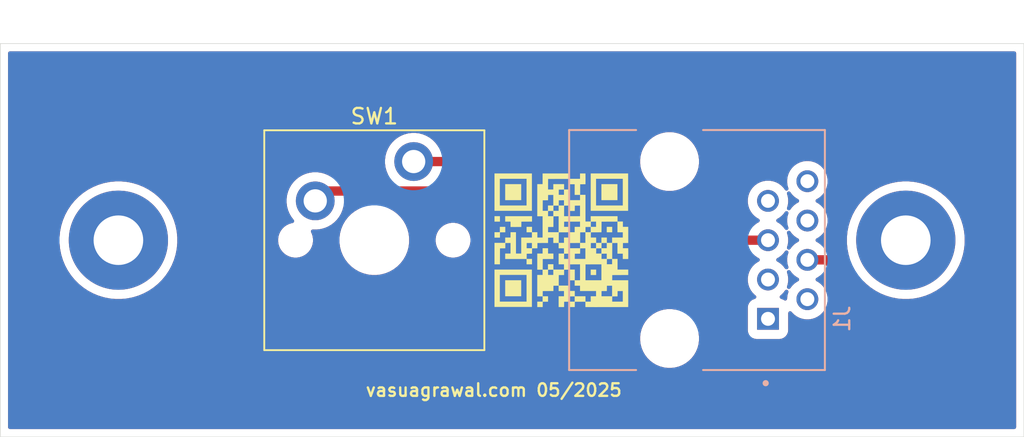
<source format=kicad_pcb>
(kicad_pcb (version 20241229) (generator "pcbnew") (generator_version "9.0")
  (layers (0 "F.Cu" signal) (2 "B.Cu" signal) (13 "F.Paste" user) (15 "B.Paste" user) (5 "F.SilkS" user "F.Silkscreen") (7 "B.SilkS" user "B.Silkscreen") (1 "F.Mask" user) (3 "B.Mask" user) (25 "Edge.Cuts" user))
  (net 0 "")
  (net 1 "PWR_SW-")
  (net 2 "PWR_LED+")
  (net 3 "PWR_SW+")
  (net 4 "RESET_SW+")
  (net 5 "HDD_LED+")
  (net 6 "RESET_SW-")
  (net 7 "PWR_LED-")
  (net 8 "HDD_LED-")
  (footprint "LOGO" (layer "F.Cu") (at 155.575 63.5)
    (property "Reference" "G***" (hide yes))
    (property "Value" "LOGO" (hide yes))
    (fp_poly (pts (xy -3.959095 -1.375984) (xy -3.959095 -1.199944) (xy -4.135135 -1.199944) (xy -4.311175 -1.199944) (xy -4.311175 -1.375984) (xy -4.311175 -1.552023) (xy -4.135135 -1.552023) (xy -3.959095 -1.552023)) (fill yes) (layer "F.SilkS"))
    (fp_poly (pts (xy -2.586705 -3.104046) (xy -2.586705 -2.586705) (xy -3.104046 -2.586705) (xy -3.621387 -2.586705) (xy -3.621387 -3.104046) (xy -3.621387 -3.621387) (xy -3.104046 -3.621387) (xy -2.586705 -3.621387)) (fill yes) (layer "F.SilkS"))
    (fp_poly (pts (xy -2.586705 3.104045) (xy -2.586705 3.621385) (xy -3.104046 3.621385) (xy -3.621387 3.621385) (xy -3.621387 3.104045) (xy -3.621387 2.586704) (xy -3.104046 2.586704) (xy -2.586705 2.586704)) (fill yes) (layer "F.SilkS"))
    (fp_poly (pts (xy 2.248995 2.072955) (xy 2.248995 2.248995) (xy 2.072955 2.248995) (xy 1.896916 2.248995) (xy 1.896916 2.072955) (xy 1.896916 1.896916) (xy 2.072955 1.896916) (xy 2.248995 1.896916)) (fill yes) (layer "F.SilkS"))
    (fp_poly (pts (xy 3.283677 -0.686196) (xy 3.283677 -0.510156) (xy 3.107637 -0.510156) (xy 2.931598 -0.510156) (xy 2.931598 -0.686196) (xy 2.931598 -0.862235) (xy 3.107637 -0.862235) (xy 3.283677 -0.862235)) (fill yes) (layer "F.SilkS"))
    (fp_poly (pts (xy 3.621385 -3.104046) (xy 3.621385 -2.586705) (xy 3.104045 -2.586705) (xy 2.586704 -2.586705) (xy 2.586704 -3.104046) (xy 2.586704 -3.621387) (xy 3.104045 -3.621387) (xy 3.621385 -3.621387)) (fill yes) (layer "F.SilkS"))
    (fp_poly (pts (xy -3.614202 -0.686326) (xy -3.614202 -0.510416) (xy -3.784852 -0.50849) (xy -3.955503 -0.506564) (xy -3.957429 -0.335913) (xy -3.959356 -0.165262) (xy -4.135265 -0.165262) (xy -4.311175 -0.165262) (xy -4.311175 -0.341302) (xy -4.311175 -0.517342) (xy -4.138728 -0.517342) (xy -3.966281 -0.517342) (xy -3.966281 -0.689789) (xy -3.966281 -0.862235) (xy -3.790241 -0.862235) (xy -3.614202 -0.862235)) (fill yes) (layer "F.SilkS"))
    (fp_poly (pts (xy -1.896917 -3.104046) (xy -1.896917 -1.896917) (xy -3.104046 -1.896917) (xy -4.311175 -1.896917) (xy -4.311175 -3.104046) (xy -3.966281 -3.104046) (xy -3.966281 -2.241811) (xy -3.104046 -2.241811) (xy -2.241811 -2.241811) (xy -2.241811 -3.104046) (xy -2.241811 -3.966281) (xy -3.104046 -3.966281) (xy -3.966281 -3.966281) (xy -3.966281 -3.104046) (xy -4.311175 -3.104046) (xy -4.311175 -4.311175) (xy -3.104046 -4.311175) (xy -1.896917 -4.311175)) (fill yes) (layer "F.SilkS"))
    (fp_poly (pts (xy -1.896917 3.104045) (xy -1.896917 4.311173) (xy -3.104046 4.311173) (xy -4.311175 4.311173) (xy -4.311175 3.104045) (xy -3.966281 3.104045) (xy -3.966281 3.966279) (xy -3.104046 3.966279) (xy -2.241811 3.966279) (xy -2.241811 3.104045) (xy -2.241811 2.24181) (xy -3.104046 2.24181) (xy -3.966281 2.24181) (xy -3.966281 3.104045) (xy -4.311175 3.104045) (xy -4.311175 1.896916) (xy -3.104046 1.896916) (xy -1.896917 1.896916)) (fill yes) (layer "F.SilkS"))
    (fp_poly (pts (xy 4.311173 -3.104046) (xy 4.311173 -1.896917) (xy 3.104045 -1.896917) (xy 1.896916 -1.896917) (xy 1.896916 -3.104046) (xy 2.24181 -3.104046) (xy 2.24181 -2.241811) (xy 3.104045 -2.241811) (xy 3.966279 -2.241811) (xy 3.966279 -3.104046) (xy 3.966279 -3.966281) (xy 3.104045 -3.966281) (xy 2.24181 -3.966281) (xy 2.24181 -3.104046) (xy 1.896916 -3.104046) (xy 1.896916 -4.311175) (xy 3.104045 -4.311175) (xy 4.311173 -4.311175)) (fill yes) (layer "F.SilkS"))
    (fp_poly (pts (xy -1.889732 -1.375984) (xy -1.889732 -1.199944) (xy -2.060383 -1.199649) (xy -2.122628 -1.19948) (xy -2.193574 -1.199188) (xy -2.26755 -1.198802) (xy -2.338887 -1.198351) (xy -2.401915 -1.197866) (xy -2.40348 -1.197852) (xy -2.575927 -1.196351) (xy -2.577854 -1.025701) (xy -2.57978 -0.85505) (xy -2.744324 -0.85505) (xy -2.791916 -0.854972) (xy -2.83495 -0.854753) (xy -2.871258 -0.854416) (xy -2.89867 -0.853985) (xy -2.915017 -0.853482) (xy -2.918437 -0.853197) (xy -2.928048 -0.852759) (xy -2.94993 -0.852519) (xy -2.981983 -0.852476) (xy -3.02211 -0.852629) (xy -3.06821 -0.852975) (xy -3.10225 -0.853325) (xy -3.276493 -0.855306) (xy -3.276493 -1.027625) (xy -3.276493 -1.199944) (xy -3.44894 -1.199944) (xy -3.621387 -1.199944) (xy -3.621387 -1.375984) (xy -3.621387 -1.552023) (xy -2.755559 -1.552023) (xy -1.889732 -1.552023)) (fill yes) (layer "F.SilkS"))
    (fp_poly (pts (xy 0.524525 -4.138728) (xy 0.524525 -3.966281) (xy 0.865827 -3.966281) (xy 1.207128 -3.966281) (xy 1.207128 -4.138728) (xy 1.207128 -4.311175) (xy 1.382923 -4.311175) (xy 1.558718 -4.311175) (xy 1.560759 -4.136931) (xy 1.561294 -4.073739) (xy 1.561564 -4.001886) (xy 1.561569 -3.927063) (xy 1.56131 -3.854959) (xy 1.560786 -3.791265) (xy 1.560755 -3.788574) (xy 1.558711 -3.61446) (xy 1.388308 -3.612535) (xy 1.217906 -3.610609) (xy 1.216152 -3.271104) (xy 1.214398 -2.931599) (xy 1.386802 -2.931599) (xy 1.559207 -2.931599) (xy 1.559386 -2.757356) (xy 1.559411 -2.724364) (xy 1.559433 -2.678345) (xy 1.559451 -2.620644) (xy 1.559465 -2.552604) (xy 1.559476 -2.475569) (xy 1.559483 -2.390883) (xy 1.559485 -2.29989) (xy 1.559484 -2.203934) (xy 1.559478 -2.104359) (xy 1.559469 -2.002508) (xy 1.559454 -1.899725) (xy 1.559454 -1.895121) (xy 1.559341 -1.207129) (xy 1.728129 -1.207129) (xy 1.896916 -1.207129) (xy 1.896916 -1.379576) (xy 1.896916 -1.552023) (xy 2.762743 -1.552023) (xy 3.628571 -1.552023) (xy 3.628571 -1.379576) (xy 3.628571 -1.207129) (xy 3.801018 -1.207129) (xy 3.973465 -1.207129) (xy 3.973465 -1.034682) (xy 3.973465 -0.862235) (xy 4.145912 -0.862235) (xy 4.318359 -0.862235) (xy 4.318555 -0.689789) (xy 4.318615 -0.628283) (xy 4.318667 -0.557811) (xy 4.318709 -0.483777) (xy 4.318738 -0.411587) (xy 4.31875 -0.346645) (xy 4.31875 -0.337709) (xy 4.318741 -0.274727) (xy 4.318715 -0.204022) (xy 4.318675 -0.130897) (xy 4.318624 -0.060652) (xy 4.318565 0.001413) (xy 4.318555 0.010647) (xy 4.318359 0.179371) (xy 4.147708 0.181298) (xy 3.977057 0.183224) (xy 3.975129 0.350282) (xy 3.9732 0.51734) (xy 4.145535 0.51734) (xy 4.317869 0.51734) (xy 4.31991 0.691583) (xy 4.320445 0.754789) (xy 4.320715 0.826669) (xy 4.32072 0.901528) (xy 4.320461 0.973672) (xy 4.319937 1.037407) (xy 4.319906 1.04007) (xy 4.317861 1.214313) (xy 4.14207 1.214313) (xy 3.966279 1.214313) (xy 3.966279 1.041866) (xy 3.966279 0.869419) (xy 3.793832 0.869419) (xy 3.621385 0.869419) (xy 3.621385 0.524393) (xy 3.621385 0.179367) (xy 3.454327 0.181295) (xy 3.287269 0.183224) (xy 3.285574 0.695176) (xy 3.283878 1.207128) (xy 3.456224 1.207128) (xy 3.628571 1.207128) (xy 3.628925 1.381371) (xy 3.629001 1.444202) (xy 3.629001 1.515353) (xy 3.628931 1.589237) (xy 3.628796 1.660265) (xy 3.628602 1.722851) (xy 3.628588 1.726265) (xy 3.627897 1.896916) (xy 3.973128 1.896916) (xy 4.318359 1.896916) (xy 4.318359 2.072955) (xy 4.318359 2.248995) (xy 4.147708 2.249207) (xy 4.103858 2.249288) (xy 4.04811 2.249432) (xy 3.982935 2.249631) (xy 3.910805 2.249875) (xy 3.834191 2.250158) (xy 3.755565 2.250469) (xy 3.677399 2.2508) (xy 3.632163 2.251004) (xy 3.287269 2.252588) (xy 3.285341 2.419646) (xy 3.283412 2.586704) (xy 3.800885 2.586704) (xy 4.318359 2.586704) (xy 4.318538 2.760947) (xy 4.318653 2.891888) (xy 4.31873 3.021796) (xy 4.318771 3.149881) (xy 4.318776 3.275355) (xy 4.318746 3.39743) (xy 4.318684 3.515315) (xy 4.318591 3.628221) (xy 4.318467 3.735361) (xy 4.318315 3.835945) (xy 4.318135 3.929184) (xy 4.317929 4.014288) (xy 4.317698 4.09047) (xy 4.317444 4.156939) (xy 4.317167 4.212908) (xy 4.31687 4.257587) (xy 4.316554 4.290187) (xy 4.316219 4.309919) (xy 4.315902 4.316025) (xy 4.308562 4.316326) (xy 4.287724 4.316629) (xy 4.254259 4.316933) (xy 4.209041 4.317235) (xy 4.15294 4.317535) (xy 4.08683 4.317831) (xy 4.011583 4.318122) (xy 3.92807 4.318406) (xy 3.837163 4.318683) (xy 3.739736 4.318951) (xy 3.63666 4.319209) (xy 3.528808 4.319454) (xy 3.417051 4.319687) (xy 3.302261 4.319904) (xy 3.185312 4.320107) (xy 3.067075 4.320291) (xy 2.948421 4.320458) (xy 2.830225 4.320604) (xy 2.713356 4.32073) (xy 2.598689 4.320832) (xy 2.487094 4.320911) (xy 2.379445 4.320965) (xy 2.276613 4.320991) (xy 2.17947 4.32099) (xy 2.088889 4.32096) (xy 2.005742 4.320899) (xy 1.930901 4.320806) (xy 1.865238 4.320679) (xy 1.809626 4.320518) (xy 1.764935 4.320321) (xy 1.73204 4.320086) (xy 1.726265 4.320027) (xy 1.552022 4.318103) (xy 1.552022 4.145826) (xy 1.552022 3.973549) (xy 1.212517 3.975303) (xy 0.873012 3.977057) (xy 0.871086 4.147708) (xy 0.869159 4.318359) (xy 0.69325 4.318359) (xy 0.51734 4.318359) (xy 0.51734 4.145779) (xy 0.51734 3.9732) (xy 0.350282 3.975129) (xy 0.183224 3.977057) (xy 0.181298 4.147708) (xy 0.179371 4.318359) (xy 0.003462 4.318359) (xy -0.172448 4.318359) (xy -0.172448 3.969872) (xy -0.172448 3.966279) (xy 0.524261 3.966279) (xy 0.693247 3.966279) (xy 0.862234 3.966279) (xy 0.862234 3.797293) (xy 0.862234 3.628306) (xy 0.695176 3.630235) (xy 0.528118 3.632163) (xy 0.526189 3.799221) (xy 0.524261 3.966279) (xy -0.172448 3.966279) (xy -0.172448 3.621385) (xy -0.000001 3.621385) (xy 0.172446 3.621385) (xy 0.172446 3.452531) (xy 0.172446 3.283677) (xy -0.000001 3.283677) (xy -0.172448 3.283677) (xy -0.172448 3.111097) (xy -0.172448 2.938518) (xy -0.339506 2.940447) (xy -0.506564 2.942376) (xy -0.50849 3.113026) (xy -0.510416 3.283677) (xy -0.680937 3.283972) (xy -0.743135 3.284141) (xy -0.814037 3.284433) (xy -0.887977 3.284819) (xy -0.959289 3.28527) (xy -1.022308 3.285755) (xy -1.023905 3.285768) (xy -1.196351 3.287269) (xy -1.19828 3.454327) (xy -1.200209 3.621385) (xy -1.02763 3.621385) (xy -0.85505 3.621385) (xy -0.85505 3.797295) (xy -0.85505 3.973205) (xy -1.025701 3.975131) (xy -1.196351 3.977057) (xy -1.198278 4.147708) (xy -1.200204 4.318359) (xy -1.376114 4.318359) (xy -1.552023 4.318359) (xy -1.552023 4.142319) (xy -1.552023 3.966279) (xy -1.379576 3.966279) (xy -1.207129 3.966279) (xy -1.207129 3.797425) (xy -1.207129 3.628571) (xy -1.379576 3.628571) (xy -1.552023 3.628571) (xy -1.552023 2.93519) (xy -1.552023 2.931598) (xy -0.165178 2.931598) (xy 0.179674 2.931598) (xy 0.524525 2.931598) (xy 0.524525 3.104045) (xy 0.524525 3.276492) (xy 0.696972 3.276492) (xy 0.869419 3.276492) (xy 0.869419 3.448938) (xy 0.869419 3.621385) (xy 1.214313 3.621385) (xy 1.559207 3.621385) (xy 1.559207 3.793832) (xy 1.559207 3.966279) (xy 1.728062 3.966279) (xy 1.896916 3.966279) (xy 3.283412 3.966279) (xy 3.624846 3.966279) (xy 3.966279 3.966279) (xy 3.966279 3.624846) (xy 3.966279 3.283412) (xy 3.799221 3.285341) (xy 3.632163 3.287269) (xy 3.630237 3.45779) (xy 3.628311 3.628311) (xy 3.45779 3.630237) (xy 3.287269 3.632163) (xy 3.285341 3.799221) (xy 3.283412 3.966279) (xy 1.896916 3.966279) (xy 1.896916 3.793832) (xy 1.896916 3.621385) (xy 2.069363 3.621385) (xy 2.24181 3.621385) (xy 2.593624 3.621385) (xy 2.935058 3.621385) (xy 3.276492 3.621385) (xy 3.276492 3.279952) (xy 3.276492 2.938518) (xy 3.109434 2.940447) (xy 2.942376 2.942376) (xy 2.940449 3.112896) (xy 2.938523 3.283417) (xy 2.768003 3.285343) (xy 2.597482 3.287269) (xy 2.595553 3.454327) (xy 2.593624 3.621385) (xy 2.24181 3.621385) (xy 2.24181 3.452455) (xy 2.24181 3.283524) (xy 1.898712 3.283845) (xy 1.821957 3.283908) (xy 1.743088 3.283955) (xy 1.664615 3.283987) (xy 1.589053 3.284002) (xy 1.518912 3.284001) (xy 1.456705 3.283984) (xy 1.404944 3.283949) (xy 1.381371 3.283922) (xy 1.207128 3.283677) (xy 1.207128 3.11123) (xy 1.207128 2.938783) (xy 1.034681 2.938783) (xy 0.862234 2.938783) (xy 0.862234 2.766336) (xy 0.862234 2.593889) (xy 0.689787 2.593889) (xy 0.51734 2.593889) (xy 0.51734 2.248863) (xy 0.51734 1.903836) (xy 0.350282 1.905765) (xy 0.183224 1.907694) (xy 0.181298 2.078215) (xy 0.179372 2.248736) (xy 0.008851 2.250662) (xy -0.16167 2.252588) (xy -0.163424 2.592093) (xy -0.165178 2.931598) (xy -1.552023 2.931598) (xy -1.552023 2.24181) (xy -1.379576 2.24181) (xy -1.207129 2.24181) (xy -0.855315 2.24181) (xy -0.686328 2.24181) (xy -0.517342 2.24181) (xy -0.517342 2.072823) (xy -0.517342 1.903836) (xy -0.6844 1.905765) (xy -0.851458 1.907694) (xy -0.853386 2.074752) (xy -0.855315 2.24181) (xy -1.207129 2.24181) (xy -1.207129 2.072955) (xy -1.207129 1.904101) (xy -1.379576 1.904101) (xy -1.552023 1.904101) (xy -1.552023 1.383168) (xy -1.552023 0.862234) (xy -1.379576 0.862234) (xy -1.207129 0.862234) (xy -1.207129 0.689787) (xy -1.207129 0.51734) (xy -1.03109 0.51734) (xy -0.85505 0.51734) (xy -0.85505 0.689787) (xy -0.85505 0.862234) (xy -0.682603 0.862234) (xy -0.510156 0.862234) (xy -0.510156 1.038274) (xy -0.510156 1.214313) (xy -0.680807 1.214609) (xy -0.743053 1.214777) (xy -0.813999 1.21507) (xy -0.887975 1.215456) (xy -0.959311 1.215906) (xy -1.022339 1.216391) (xy -1.023905 1.216405) (xy -1.196351 1.217906) (xy -1.198106 1.557411) (xy -1.19986 1.896916) (xy -1.031048 1.896916) (xy -0.862235 1.896916) (xy -0.862235 1.724469) (xy -0.862235 1.552022) (xy -0.686196 1.552022) (xy -0.510156 1.552022) (xy -0.510156 1.724469) (xy -0.510156 1.896916) (xy -0.168855 1.896916) (xy 0.172446 1.896916) (xy 0.524261 1.896916) (xy 0.69684 1.896916) (xy 0.869419 1.896916) (xy 0.869774 2.071159) (xy 0.86985 2.13399) (xy 0.86985 2.205141) (xy 0.86978 2.279024) (xy 0.869645 2.350053) (xy 0.86945 2.412638) (xy 0.869437 2.416053) (xy 0.868745 2.586704) (xy 1.037937 2.586704) (xy 1.207128 2.586704) (xy 1.559409 2.586704) (xy 2.073056 2.586704) (xy 2.586704 2.586704) (xy 2.586704 2.073056) (xy 2.586704 1.559409) (xy 2.074752 1.561104) (xy 1.5628 1.5628) (xy 1.561104 2.074752) (xy 1.559409 2.586704) (xy 1.207128 2.586704) (xy 1.207128 2.072998) (xy 1.207128 1.559292) (xy 0.867623 1.561046) (xy 0.528118 1.5628) (xy 0.526189 1.729858) (xy 0.524261 1.896916) (xy 0.172446 1.896916) (xy 0.172446 1.728062) (xy 0.172446 1.559207) (xy -0.000001 1.559207) (xy -0.172448 1.559207) (xy -0.172448 1.552022) (xy 2.938518 1.552022) (xy 3.107505 1.552022) (xy 3.276492 1.552022) (xy 3.276492 1.383035) (xy 3.276492 1.214048) (xy 3.109434 1.215977) (xy 2.942376 1.217906) (xy 2.940447 1.384964) (xy 2.938518 1.552022) (xy -0.172448 1.552022) (xy -0.172448 1.210721) (xy -0.172448 1.207128) (xy 0.179367 1.207128) (xy 0.348353 1.207128) (xy 0.51734 1.207128) (xy 0.869155 1.207128) (xy 1.210588 1.207128) (xy 1.552022 1.207128) (xy 2.593624 1.207128) (xy 2.762611 1.207128) (xy 2.931598 1.207128) (xy 2.931598 1.038141) (xy 2.931598 0.869155) (xy 2.76454 0.871083) (xy 2.597482 0.873012) (xy 2.595553 1.04007) (xy 2.593624 1.207128) (xy 1.552022 1.207128) (xy 1.552022 0.865694) (xy 1.552022 0.862234) (xy 2.24873 0.862234) (xy 2.417717 0.862234) (xy 2.586704 0.862234) (xy 2.586704 0.693247) (xy 2.586704 0.524261) (xy 2.419646 0.526189) (xy 2.252588 0.528118) (xy 2.250659 0.695176) (xy 2.24873 0.862234) (xy 1.552022 0.862234) (xy 1.552022 0.524261) (xy 1.384964 0.526189) (xy 1.217906 0.528118) (xy 1.21598 0.698639) (xy 1.214054 0.86916) (xy 1.043533 0.871086) (xy 0.873012 0.873012) (xy 0.871083 1.04007) (xy 0.869155 1.207128) (xy 0.51734 1.207128) (xy 0.51734 1.038141) (xy 0.51734 0.869155) (xy 0.350282 0.871083) (xy 0.183224 0.873012) (xy 0.181295 1.04007) (xy 0.179367 1.207128) (xy -0.172448 1.207128) (xy -0.172448 0.862234) (xy -0.000001 0.862234) (xy 0.172446 0.862234) (xy 0.172446 0.69338) (xy 0.172446 0.524525) (xy -0.000001 0.524525) (xy -0.172448 0.524525) (xy -0.172448 0.51734) (xy 0.524261 0.51734) (xy 0.865694 0.51734) (xy 1.207128 0.51734) (xy 1.903836 0.51734) (xy 2.072823 0.51734) (xy 2.24181 0.51734) (xy 2.593624 0.51734) (xy 2.762611 0.51734) (xy 2.931598 0.51734) (xy 2.931598 0.348353) (xy 2.931598 0.179367) (xy 2.76454 0.181295) (xy 2.597482 0.183224) (xy 2.595553 0.350282) (xy 2.593624 0.51734) (xy 2.24181 0.51734) (xy 2.24181 0.348353) (xy 2.24181 0.179367) (xy 2.074752 0.181295) (xy 1.907694 0.183224) (xy 1.905765 0.350282) (xy 1.903836 0.51734) (xy 1.207128 0.51734) (xy 1.207128 0.348528) (xy 1.207128 0.179716) (xy 0.867623 0.18147) (xy 0.528118 0.183224) (xy 0.526189 0.350282) (xy 0.524261 0.51734) (xy -0.172448 0.51734) (xy -0.172448 0.352079) (xy -0.172448 0.179632) (xy -0.344895 0.179632) (xy -0.517342 0.179632) (xy -0.517342 0.172446) (xy -0.165178 0.172446) (xy 0.003634 0.172446) (xy 0.172446 0.172446) (xy 1.214398 0.172446) (xy 1.38321 0.172446) (xy 1.552022 0.172446) (xy 1.552022 -0.168987) (xy 1.552022 -0.172448) (xy 1.903836 -0.172448) (xy 2.076416 -0.172448) (xy 2.248995 -0.172448) (xy 2.248995 -0.000001) (xy 2.248995 0.172446) (xy 2.417849 0.172446) (xy 2.586704 0.172446) (xy 2.586704 -0.000001) (xy 2.586704 -0.172448) (xy 2.762743 -0.172448) (xy 2.938783 -0.172448) (xy 2.938783 -0.000001) (xy 2.938783 0.172446) (xy 3.107637 0.172446) (xy 3.276492 0.172446) (xy 3.276492 -0.000001) (xy 3.276492 -0.172448) (xy 3.621385 -0.172448) (xy 3.966279 -0.172448) (xy 3.966279 -0.341302) (xy 3.966279 -0.510156) (xy 3.793832 -0.510156) (xy 3.621385 -0.510156) (xy 3.621385 -0.854949) (xy 3.621385 -1.199743) (xy 3.109434 -1.198047) (xy 2.597482 -1.196351) (xy 2.595727 -0.85569) (xy 2.595323 -0.787157) (xy 2.594849 -0.723128) (xy 2.594321 -0.665015) (xy 2.593758 -0.614227) (xy 2.593175 -0.572176) (xy 2.592592 -0.540272) (xy 2.592025 -0.519926) (xy 2.591494 -0.512551) (xy 2.584032 -0.512017) (xy 2.563611 -0.51145) (xy 2.53164 -0.510866) (xy 2.489531 -0.510284) (xy 2.438694 -0.50972) (xy 2.38054 -0.509193) (xy 2.316479 -0.508719) (xy 2.248355 -0.508318) (xy 1.907694 -0.506564) (xy 1.905765 -0.339506) (xy 1.903836 -0.172448) (xy 1.552022 -0.172448) (xy 1.552022 -0.510421) (xy 1.384964 -0.508492) (xy 1.217906 -0.506564) (xy 1.216152 -0.167059) (xy 1.214398 0.172446) (xy 0.172446 0.172446) (xy 0.172446 -0.000001) (xy 0.172446 -0.172448) (xy 0.344893 -0.172448) (xy 0.51734 -0.172448) (xy 0.51734 -0.34126) (xy 0.51734 -0.510072) (xy 0.177835 -0.508318) (xy -0.16167 -0.506564) (xy -0.163424 -0.167059) (xy -0.165178 0.172446) (xy -0.517342 0.172446) (xy -0.517342 0.007052) (xy -0.517342 -0.165527) (xy -0.6844 -0.163598) (xy -0.851458 -0.16167) (xy -0.853384 0.008981) (xy -0.85531 0.179632) (xy -1.025831 0.179927) (xy -1.088029 0.180096) (xy -1.158931 0.180388) (xy -1.232871 0.180774) (xy -1.304183 0.181224) (xy -1.367202 0.181709) (xy -1.368798 0.181723) (xy -1.541245 0.183224) (xy -1.543171 0.353745) (xy -1.545098 0.524266) (xy -1.715618 0.526192) (xy -1.886139 0.528118) (xy -1.888065 0.698639) (xy -1.889991 0.86916) (xy -2.060512 0.871086) (xy -2.231033 0.873012) (xy -2.232962 1.04007) (xy -2.234891 1.207128) (xy -2.062311 1.207128) (xy -1.889732 1.207128) (xy -1.889732 1.383168) (xy -1.889732 1.559207) (xy -2.065772 1.559207) (xy -2.241811 1.559207) (xy -2.241811 1.386779) (xy -2.241811 1.214351) (xy -2.757356 1.214534) (xy -2.847843 1.214562) (xy -2.93842 1.214583) (xy -3.027379 1.214597) (xy -3.113012 1.214603) (xy -3.19361 1.214603) (xy -3.267466 1.214595) (xy -3.33287 1.214581) (xy -3.388115 1.214559) (xy -3.431492 1.214531) (xy -3.447144 1.214515) (xy -3.621387 1.214313) (xy -3.621387 1.038274) (xy -3.621387 0.862234) (xy -3.44894 0.862234) (xy -3.276493 0.862234) (xy -3.276493 0.5208) (xy -3.276493 0.179367) (xy -3.443551 0.181295) (xy -3.610609 0.183224) (xy -3.612535 0.353745) (xy -3.614461 0.524266) (xy -3.784982 0.526192) (xy -3.955503 0.528118) (xy -3.957087 0.873012) (xy -3.957426 0.949733) (xy -3.957751 1.028384) (xy -3.958051 1.106492) (xy -3.958319 1.181586) (xy -3.958547 1.251193) (xy -3.958724 1.312843) (xy -3.958843 1.364064) (xy -3.958883 1.388557) (xy -3.959095 1.559207) (xy -4.135135 1.559207) (xy -4.311175 1.559207) (xy -4.311175 0.865827) (xy -4.311175 0.172446) (xy -3.966281 0.172446) (xy -3.621387 0.172446) (xy -3.621387 -0.000001) (xy -3.621387 -0.172448) (xy -3.44894 -0.172448) (xy -3.276493 -0.172448) (xy -3.276493 -0.344895) (xy -3.276493 -0.517342) (xy -3.100453 -0.517342) (xy -2.924414 -0.517342) (xy -2.924212 -0.343098) (xy -2.92418 -0.305823) (xy -2.924155 -0.255885) (xy -2.924138 -0.194993) (xy -2.924127 -0.124856) (xy -2.924123 -0.047181) (xy -2.924126 0.036323) (xy -2.924137 0.123948) (xy -2.924154 0.213985) (xy -2.924179 0.304727) (xy -2.924193 0.34669) (xy -2.924376 0.862234) (xy -2.755541 0.862234) (xy -2.586705 0.862234) (xy -2.586705 0.51734) (xy -2.234891 0.51734) (xy -2.065904 0.51734) (xy -1.896917 0.51734) (xy -1.896917 0.348353) (xy -1.896917 0.179367) (xy -2.063975 0.181295) (xy -2.231033 0.183224) (xy -2.232962 0.350282) (xy -2.234891 0.51734) (xy -2.586705 0.51734) (xy -2.586705 0.344893) (xy -2.586705 -0.172448) (xy -2.241811 -0.172448) (xy -1.896917 -0.172448) (xy -1.896917 -0.341302) (xy -1.896917 -0.510156) (xy -2.069364 -0.510156) (xy -2.241811 -0.510156) (xy -2.241811 -0.686196) (xy -2.241811 -0.862235) (xy -2.065772 -0.862235) (xy -1.889732 -0.862235) (xy -1.889732 -0.689789) (xy -1.889732 -0.517342) (xy -1.717285 -0.517342) (xy -1.544838 -0.517342) (xy -1.544838 -0.344895) (xy -1.544838 -0.172448) (xy -1.375984 -0.172448) (xy -1.207129 -0.172448) (xy -1.207129 -0.517342) (xy -0.855315 -0.517342) (xy -0.513881 -0.517342) (xy -0.172448 -0.517342) (xy -0.172448 -0.862235) (xy 0.179367 -0.862235) (xy 0.351946 -0.862235) (xy 0.524525 -0.862235) (xy 0.524525 -0.689789) (xy 0.524525 -0.517342) (xy 0.69338 -0.517342) (xy 0.862234 -0.517342) (xy 1.558942 -0.517342) (xy 1.727929 -0.517342) (xy 1.896916 -0.517342) (xy 1.896916 -0.686328) (xy 1.896916 -0.855315) (xy 1.729858 -0.853386) (xy 1.5628 -0.851458) (xy 1.560871 -0.6844) (xy 1.558942 -0.517342) (xy 0.862234 -0.517342) (xy 0.862234 -0.689789) (xy 0.862234 -0.862235) (xy 1.034681 -0.862235) (xy 1.207128 -0.862235) (xy 1.903836 -0.862235) (xy 2.072823 -0.862235) (xy 2.24181 -0.862235) (xy 2.24181 -1.031222) (xy 2.24181 -1.200209) (xy 2.074752 -1.19828) (xy 1.907694 -1.196351) (xy 1.905765 -1.029293) (xy 1.903836 -0.862235) (xy 1.207128 -0.862235) (xy 1.207128 -1.030989) (xy 1.207128 -1.199743) (xy 0.695176 -1.198047) (xy 0.183224 -1.196351) (xy 0.181295 -1.029293) (xy 0.179367 -0.862235) (xy -0.172448 -0.862235) (xy -0.172448 -1.031222) (xy -0.172448 -1.545103) (xy -0.339506 -1.543174) (xy -0.506564 -1.541245) (xy -0.508065 -1.368798) (xy -0.50855 -1.306094) (xy -0.509002 -1.234937) (xy -0.50939 -1.160994) (xy -0.509686 -1.089929) (xy -0.509858 -1.027409) (xy -0.509861 -1.025831) (xy -0.510156 -0.85531) (xy -0.680807 -0.853384) (xy -0.851458 -0.851458) (xy -0.853386 -0.6844) (xy -0.855315 -0.517342) (xy -1.207129 -0.517342) (xy -1.207129 -0.858643) (xy -1.207129 -1.544838) (xy -1.379576 -1.544838) (xy -1.552023 -1.544838) (xy -1.552023 -1.552023) (xy -0.855315 -1.552023) (xy -0.686328 -1.552023) (xy -0.517342 -1.552023) (xy 0.179716 -1.552023) (xy 0.693422 -1.552023) (xy 1.207128 -1.552023) (xy 1.207128 -1.893457) (xy 1.207128 -2.234891) (xy 1.04007 -2.232962) (xy 0.873012 -2.231033) (xy 0.871086 -2.060383) (xy 0.869159 -1.889732) (xy 0.69325 -1.889732) (xy 0.51734 -1.889732) (xy 0.51734 -2.062311) (xy 0.51734 -2.234891) (xy 0.350282 -2.232962) (xy 0.183224 -2.231033) (xy 0.18147 -1.891528) (xy 0.179716 -1.552023) (xy -0.517342 -1.552023) (xy -0.517342 -1.72101) (xy -0.517342 -1.889997) (xy -0.6844 -1.888068) (xy -0.851458 -1.886139) (xy -0.853386 -1.719081) (xy -0.855315 -1.552023) (xy -1.552023 -1.552023) (xy -1.552023 -1.896917) (xy -1.19986 -1.896917) (xy -1.031048 -1.896917) (xy -0.862235 -1.896917) (xy -0.510421 -1.896917) (xy -0.341434 -1.896917) (xy -0.172448 -1.896917) (xy -0.172448 -2.065904) (xy -0.172448 -2.234891) (xy -0.339506 -2.232962) (xy -0.506564 -2.231033) (xy -0.508492 -2.063975) (xy -0.510421 -1.896917) (xy -0.862235 -1.896917) (xy -0.862235 -2.069364) (xy -0.862235 -2.241811) (xy -0.689789 -2.241811) (xy -0.517342 -2.241811) (xy -0.165527 -2.241811) (xy 0.00346 -2.241811) (xy 0.172446 -2.241811) (xy 0.172446 -2.410798) (xy 0.172446 -2.579785) (xy 0.005388 -2.577856) (xy -0.16167 -2.575927) (xy -0.163598 -2.408869) (xy -0.165527 -2.241811) (xy -0.517342 -2.241811) (xy -0.517342 -2.583245) (xy -0.517342 -2.924679) (xy -0.6844 -2.92275) (xy -0.851458 -2.920821) (xy -0.853384 -2.7503) (xy -0.85531 -2.579779) (xy -1.025831 -2.577853) (xy -1.196351 -2.575927) (xy -1.198106 -2.236422) (xy -1.19986 -1.896917) (xy -1.552023 -1.896917) (xy -1.552023 -2.583112) (xy -1.552023 -2.931599) (xy -0.165527 -2.931599) (xy 0.00346 -2.931599) (xy 0.172446 -2.931599) (xy 0.172446 -3.100586) (xy 0.172446 -3.269572) (xy 0.005388 -3.267644) (xy -0.16167 -3.265715) (xy -0.163598 -3.098657) (xy -0.165527 -2.931599) (xy -1.552023 -2.931599) (xy -1.552023 -3.276493) (xy -0.854966 -3.276493) (xy -0.686154 -3.276493) (xy -0.517342 -3.276493) (xy -0.517342 -3.44894) (xy -0.517342 -3.621387) (xy -0.168855 -3.621387) (xy 0.179632 -3.621387) (xy 0.179632 -3.44894) (xy 0.179632 -3.276493) (xy 0.352079 -3.276493) (xy 0.524525 -3.276493) (xy 0.52488 -3.10225) (xy 0.524956 -3.039419) (xy 0.524956 -2.968268) (xy 0.524886 -2.894384) (xy 0.524751 -2.823356) (xy 0.524557 -2.76077) (xy 0.524543 -2.757356) (xy 0.523851 -2.586705) (xy 0.86549 -2.586705) (xy 1.207128 -2.586705) (xy 1.207128 -2.755559) (xy 1.207128 -2.924414) (xy 1.034681 -2.924414) (xy 0.862234 -2.924414) (xy 0.862234 -3.269308) (xy 0.862234 -3.614202) (xy 0.689787 -3.614202) (xy 0.51734 -3.614202) (xy 0.51734 -3.786519) (xy 0.51734 -3.958836) (xy -0.167059 -3.957169) (xy -0.851458 -3.955503) (xy -0.853212 -3.615998) (xy -0.854966 -3.276493) (xy -1.552023 -3.276493) (xy -1.552023 -3.621387) (xy -1.379576 -3.621387) (xy -1.207129 -3.621387) (xy -1.207129 -3.966281) (xy -1.207129 -4.311175) (xy -0.341302 -4.311175) (xy 0.524525 -4.311175)) (fill yes) (layer "F.SilkS"))
  )
  (footprint "MountingHole:MountingHole_3.2mm_M3_Pad" (layer "F.Cu") (at 177.8 63.5)
    (property "Reference" "H2" (hide yes))
    (property "Value" "MountingHole_Pad")
    (pad "1" thru_hole circle (at 0 0) (size 6.4 6.4) (drill 3.2) (layers "*.Cu" "*.Mask"))
  )
  (footprint "MountingHole:MountingHole_3.2mm_M3_Pad" (layer "F.Cu") (at 127 63.5)
    (property "Reference" "H1" (hide yes))
    (property "Value" "MountingHole_Pad")
    (pad "1" thru_hole circle (at 0 0) (size 6.4 6.4) (drill 3.2) (layers "*.Cu" "*.Mask"))
  )
  (footprint "PCM_Switch_Keyboard_Cherry_MX:SW_Cherry_MX_PCB_1.00u" (layer "F.Cu") (at 143.51 63.5)
    (property "Reference" "SW1" (at 0 -8 0) (layer "F.SilkS"))
    (property "Value" "SW_Push")
    (fp_line (start -7.1 -7.1) (end -7.1 7.1) (stroke (width 0.12)) (layer "F.SilkS"))
    (fp_line (start -7.1 7.1) (end 7.1 7.1) (stroke (width 0.12)) (layer "F.SilkS"))
    (fp_line (start 7.1 -7.1) (end -7.1 -7.1) (stroke (width 0.12)) (layer "F.SilkS"))
    (fp_line (start 7.1 7.1) (end 7.1 -7.1) (stroke (width 0.12)) (layer "F.SilkS"))
    (pad "" np_thru_hole circle (at -5.08 0) (size 1.75 1.75) (drill 1.75) (layers "*.Cu" "*.Mask"))
    (pad "" np_thru_hole circle (at 0 0) (size 4 4) (drill 4) (layers "*.Cu" "*.Mask"))
    (pad "" np_thru_hole circle (at 5.08 0) (size 1.75 1.75) (drill 1.75) (layers "*.Cu" "*.Mask"))
    (pad "1" thru_hole circle (at -3.81 -2.54) (size 2.5 2.5) (drill 1.5) (layers "*.Cu" "*.Mask") (net 3 "PWR_SW+"))
    (pad "2" thru_hole circle (at 2.54 -5.08) (size 2.5 2.5) (drill 1.5) (layers "*.Cu" "*.Mask") (net 1 "PWR_SW-"))
  )
  (footprint "A_2014_2_4_N_T_R:ASSMANN_A-2014-2-4-N-T-R" (layer "B.Cu") (at 162.56 64.135 90)
    (property "Reference" "J1" (at -4.445 11.135 90) (layer "B.SilkS") (effects (justify mirror)))
    (property "Value" "A-2014-2-4-N-T-R")
    (fp_line (start 7.75 -6.48) (end -7.75 -6.48) (stroke (width 0.127)) (layer "B.SilkS"))
    (fp_line (start -7.75 -6.48) (end -7.75 -2.16) (stroke (width 0.127)) (layer "B.SilkS"))
    (fp_line (start 7.75 -2.16) (end 7.75 -6.48) (stroke (width 0.127)) (layer "B.SilkS"))
    (fp_line (start -7.75 2.16) (end -7.75 10.02) (stroke (width 0.127)) (layer "B.SilkS"))
    (fp_line (start 7.75 10.02) (end 7.75 2.16) (stroke (width 0.127)) (layer "B.SilkS"))
    (fp_line (start -7.75 10.02) (end 7.75 10.02) (stroke (width 0.127)) (layer "B.SilkS"))
    (fp_circle (center -8.6 6.2) (end -8.5 6.2) (stroke (width 0.2)) (fill no) (layer "B.SilkS"))
    (pad "" np_thru_hole circle (at -5.715 0 90) (size 3.3 3.3) (drill 3.3) (layers "*.Cu" "*.Mask"))
    (pad "" np_thru_hole circle (at 5.715 0 90) (size 3.3 3.3) (drill 3.3) (layers "*.Cu" "*.Mask"))
    (pad "1" thru_hole rect (at -4.445 6.35 90) (size 1.408 1.408) (drill 0.9) (layers "*.Cu" "*.Mask") (net 5 "HDD_LED+"))
    (pad "2" thru_hole circle (at -3.175 8.89 90) (size 1.408 1.408) (drill 0.9) (layers "*.Cu" "*.Mask") (net 8 "HDD_LED-"))
    (pad "3" thru_hole circle (at -1.905 6.35 90) (size 1.408 1.408) (drill 0.9) (layers "*.Cu" "*.Mask") (net 4 "RESET_SW+"))
    (pad "4" thru_hole circle (at -0.635 8.89 90) (size 1.408 1.408) (drill 0.9) (layers "*.Cu" "*.Mask") (net 3 "PWR_SW+"))
    (pad "5" thru_hole circle (at 0.635 6.35 90) (size 1.408 1.408) (drill 0.9) (layers "*.Cu" "*.Mask") (net 1 "PWR_SW-"))
    (pad "6" thru_hole circle (at 1.905 8.89 90) (size 1.408 1.408) (drill 0.9) (layers "*.Cu" "*.Mask") (net 6 "RESET_SW-"))
    (pad "7" thru_hole circle (at 3.175 6.35 90) (size 1.408 1.408) (drill 0.9) (layers "*.Cu" "*.Mask") (net 2 "PWR_LED+"))
    (pad "8" thru_hole circle (at 4.445 8.89 90) (size 1.408 1.408) (drill 0.9) (layers "*.Cu" "*.Mask") (net 7 "PWR_LED-"))
  )
  (gr_rect (start 119.38 50.8) (end 185.42 76.2) (stroke (width 0.0381)) (fill no) (layer "Edge.Cuts"))
  (gr_text "vasuagrawal.com 05/2025" (at 142.875 73.66 0) (layer "F.SilkS") (effects (font (size 0.8128 0.8128) (thickness 0.1524) (bold yes)) (justify left bottom)))
  (segment (start 152.4 58.42) (end 157.48 63.5) (width 0.6) (layer "F.Cu") (net 1))
  (segment (start 146.05 58.42) (end 152.4 58.42) (width 0.6) (layer "F.Cu") (net 1))
  (segment (start 157.48 63.5) (end 168.91 63.5) (width 0.6) (layer "F.Cu") (net 1))
  (segment (start 167.64 71.12) (end 171.45 71.12) (width 0.6) (layer "F.Cu") (net 3))
  (segment (start 163.195 66.675) (end 167.64 71.12) (width 0.6) (layer "F.Cu") (net 3))
  (segment (start 140.335 60.325) (end 149.86 60.325) (width 0.6) (layer "F.Cu") (net 3))
  (segment (start 149.86 60.325) (end 156.21 66.675) (width 0.6) (layer "F.Cu") (net 3))
  (segment (start 173.99 66.04) (end 172.72 64.77) (width 0.6) (layer "F.Cu") (net 3))
  (segment (start 172.72 64.77) (end 171.45 64.77) (width 0.6) (layer "F.Cu") (net 3))
  (segment (start 139.7 60.96) (end 140.335 60.325) (width 0.6) (layer "F.Cu") (net 3))
  (segment (start 156.21 66.675) (end 163.195 66.675) (width 0.6) (layer "F.Cu") (net 3))
  (segment (start 173.99 68.58) (end 173.99 66.04) (width 0.6) (layer "F.Cu") (net 3))
  (segment (start 171.45 71.12) (end 173.99 68.58) (width 0.6) (layer "F.Cu") (net 3))
  (zone (net 0) (net_name "") (layers "F.Cu" "B.Cu") (connect_pads (clearance 0.5)) (min_thickness 0.25) (fill yes (thermal_gap 0.5) (thermal_bridge_width 0.5) (island_removal_mode 1) (island_area_min 10))
    (polygon (pts (xy 119.38 50.8) (xy 185.42 50.8) (xy 185.42 76.2) (xy 119.38 76.2)))
  )
)
</source>
